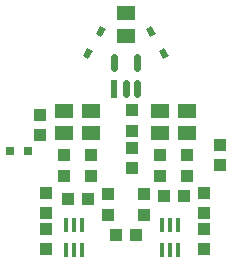
<source format=gbr>
G04 EAGLE Gerber RS-274X export*
G75*
%MOMM*%
%FSLAX34Y34*%
%LPD*%
%INSolderpaste Top*%
%IPPOS*%
%AMOC8*
5,1,8,0,0,1.08239X$1,22.5*%
G01*
%ADD10R,0.800000X0.800000*%
%ADD11R,1.100000X1.000000*%
%ADD12R,1.000000X1.100000*%
%ADD13R,1.500000X1.300000*%
%ADD14R,0.800000X0.500000*%
%ADD15R,0.355600X1.168400*%
%ADD16R,0.572000X1.554000*%
%ADD17C,0.572000*%


D10*
X249040Y308610D03*
X264040Y308610D03*
D11*
X426720Y296300D03*
X426720Y313300D03*
X274320Y321700D03*
X274320Y338700D03*
X395850Y270510D03*
X378850Y270510D03*
D12*
X412750Y255660D03*
X412750Y272660D03*
X361950Y271390D03*
X361950Y254390D03*
D11*
X398780Y304410D03*
X398780Y287410D03*
X375920Y304410D03*
X375920Y287410D03*
D13*
X398780Y342240D03*
X398780Y323240D03*
X375920Y342240D03*
X375920Y323240D03*
D14*
G36*
X379045Y395238D02*
X383045Y388310D01*
X378715Y385810D01*
X374715Y392738D01*
X379045Y395238D01*
G37*
G36*
X368045Y414290D02*
X372045Y407362D01*
X367715Y404862D01*
X363715Y411790D01*
X368045Y414290D01*
G37*
D12*
X412750Y225180D03*
X412750Y242180D03*
D15*
X296291Y224536D03*
X302895Y224536D03*
X309499Y224536D03*
X309499Y245364D03*
X302895Y245364D03*
X296291Y245364D03*
D11*
X314570Y267970D03*
X297570Y267970D03*
D12*
X331470Y254390D03*
X331470Y271390D03*
X279400Y272660D03*
X279400Y255660D03*
D11*
X317500Y304410D03*
X317500Y287410D03*
X294640Y304410D03*
X294640Y287410D03*
D13*
X317500Y342240D03*
X317500Y323240D03*
X294640Y342240D03*
X294640Y323240D03*
D12*
X279400Y225180D03*
X279400Y242180D03*
D14*
G36*
X318705Y392738D02*
X314705Y385810D01*
X310375Y388310D01*
X314375Y395238D01*
X318705Y392738D01*
G37*
G36*
X329705Y411790D02*
X325705Y404862D01*
X321375Y407362D01*
X325375Y414290D01*
X329705Y411790D01*
G37*
D11*
X351790Y310760D03*
X351790Y293760D03*
D12*
X351790Y342510D03*
X351790Y325510D03*
D11*
X355210Y237490D03*
X338210Y237490D03*
D13*
X346710Y424790D03*
X346710Y405790D03*
D16*
X337210Y361110D03*
D17*
X346710Y356200D02*
X346710Y366020D01*
X356210Y366020D02*
X356210Y356200D01*
X356210Y378200D02*
X356210Y388020D01*
X337210Y388020D02*
X337210Y378200D01*
D15*
X377571Y224536D03*
X384175Y224536D03*
X390779Y224536D03*
X390779Y245364D03*
X384175Y245364D03*
X377571Y245364D03*
M02*

</source>
